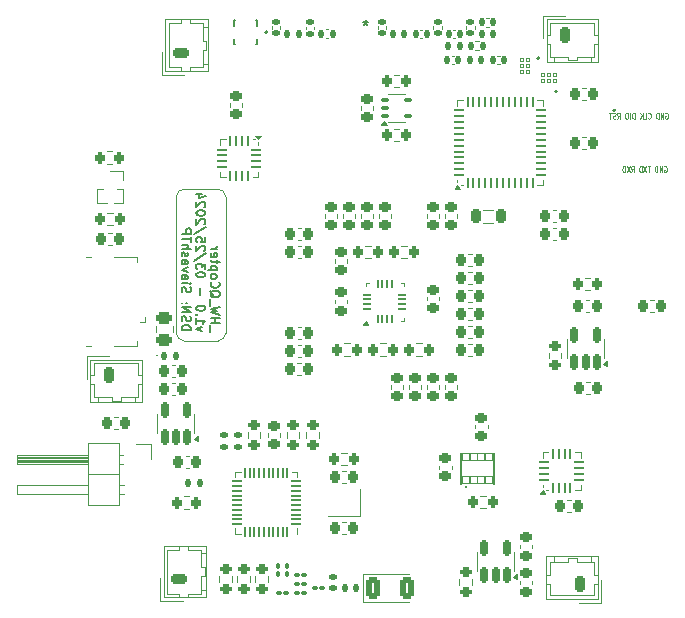
<source format=gbo>
G04 #@! TF.GenerationSoftware,KiCad,Pcbnew,8.0.0*
G04 #@! TF.CreationDate,2024-03-25T13:12:05-04:00*
G04 #@! TF.ProjectId,_Sub_HW_Qcopter,5f537562-5f48-4575-9f51-636f70746572,rev?*
G04 #@! TF.SameCoordinates,PX9157080PYf23bb80*
G04 #@! TF.FileFunction,Legend,Bot*
G04 #@! TF.FilePolarity,Positive*
%FSLAX46Y46*%
G04 Gerber Fmt 4.6, Leading zero omitted, Abs format (unit mm)*
G04 Created by KiCad (PCBNEW 8.0.0) date 2024-03-25 13:12:05*
%MOMM*%
%LPD*%
G01*
G04 APERTURE LIST*
G04 Aperture macros list*
%AMRoundRect*
0 Rectangle with rounded corners*
0 $1 Rounding radius*
0 $2 $3 $4 $5 $6 $7 $8 $9 X,Y pos of 4 corners*
0 Add a 4 corners polygon primitive as box body*
4,1,4,$2,$3,$4,$5,$6,$7,$8,$9,$2,$3,0*
0 Add four circle primitives for the rounded corners*
1,1,$1+$1,$2,$3*
1,1,$1+$1,$4,$5*
1,1,$1+$1,$6,$7*
1,1,$1+$1,$8,$9*
0 Add four rect primitives between the rounded corners*
20,1,$1+$1,$2,$3,$4,$5,0*
20,1,$1+$1,$4,$5,$6,$7,0*
20,1,$1+$1,$6,$7,$8,$9,0*
20,1,$1+$1,$8,$9,$2,$3,0*%
%AMFreePoly0*
4,1,14,0.363284,0.088284,0.375000,0.060000,0.375000,0.036569,0.363284,0.008285,0.266715,-0.088284,0.238431,-0.100000,-0.335000,-0.100000,-0.363284,-0.088284,-0.375000,-0.060000,-0.375000,0.060000,-0.363284,0.088284,-0.335000,0.100000,0.335000,0.100000,0.363284,0.088284,0.363284,0.088284,$1*%
%AMFreePoly1*
4,1,14,0.266715,0.088284,0.363284,-0.008285,0.375000,-0.036569,0.375000,-0.060000,0.363284,-0.088284,0.335000,-0.100000,-0.335000,-0.100000,-0.363284,-0.088284,-0.375000,-0.060000,-0.375000,0.060000,-0.363284,0.088284,-0.335000,0.100000,0.238431,0.100000,0.266715,0.088284,0.266715,0.088284,$1*%
%AMFreePoly2*
4,1,14,0.088284,0.363284,0.100000,0.335000,0.100000,-0.335000,0.088284,-0.363284,0.060000,-0.375000,0.036569,-0.375000,0.008285,-0.363284,-0.088284,-0.266715,-0.100000,-0.238431,-0.100000,0.335000,-0.088284,0.363284,-0.060000,0.375000,0.060000,0.375000,0.088284,0.363284,0.088284,0.363284,$1*%
%AMFreePoly3*
4,1,14,0.088284,0.363284,0.100000,0.335000,0.100000,-0.238431,0.088284,-0.266715,-0.008285,-0.363284,-0.036569,-0.375000,-0.060000,-0.375000,-0.088284,-0.363284,-0.100000,-0.335000,-0.100000,0.335000,-0.088284,0.363284,-0.060000,0.375000,0.060000,0.375000,0.088284,0.363284,0.088284,0.363284,$1*%
%AMFreePoly4*
4,1,14,0.363284,0.088284,0.375000,0.060000,0.375000,-0.060000,0.363284,-0.088284,0.335000,-0.100000,-0.335000,-0.100000,-0.363284,-0.088284,-0.375000,-0.060000,-0.375000,-0.036569,-0.363284,-0.008285,-0.266715,0.088284,-0.238431,0.100000,0.335000,0.100000,0.363284,0.088284,0.363284,0.088284,$1*%
%AMFreePoly5*
4,1,14,0.363284,0.088284,0.375000,0.060000,0.375000,-0.060000,0.363284,-0.088284,0.335000,-0.100000,-0.238431,-0.100000,-0.266715,-0.088284,-0.363284,0.008285,-0.375000,0.036569,-0.375000,0.060000,-0.363284,0.088284,-0.335000,0.100000,0.335000,0.100000,0.363284,0.088284,0.363284,0.088284,$1*%
%AMFreePoly6*
4,1,14,-0.008285,0.363284,0.088284,0.266715,0.100000,0.238431,0.100000,-0.335000,0.088284,-0.363284,0.060000,-0.375000,-0.060000,-0.375000,-0.088284,-0.363284,-0.100000,-0.335000,-0.100000,0.335000,-0.088284,0.363284,-0.060000,0.375000,-0.036569,0.375000,-0.008285,0.363284,-0.008285,0.363284,$1*%
%AMFreePoly7*
4,1,14,0.088284,0.363284,0.100000,0.335000,0.100000,-0.335000,0.088284,-0.363284,0.060000,-0.375000,-0.060000,-0.375000,-0.088284,-0.363284,-0.100000,-0.335000,-0.100000,0.238431,-0.088284,0.266715,0.008285,0.363284,0.036569,0.375000,0.060000,0.375000,0.088284,0.363284,0.088284,0.363284,$1*%
G04 Aperture macros list end*
%ADD10C,0.100000*%
%ADD11C,0.095250*%
%ADD12C,0.127000*%
%ADD13C,0.150000*%
%ADD14C,0.120000*%
%ADD15C,0.200000*%
%ADD16C,0.152400*%
%ADD17C,0.010000*%
%ADD18R,1.000000X1.000000*%
%ADD19O,1.000000X1.000000*%
%ADD20C,3.600000*%
%ADD21C,5.600000*%
%ADD22RoundRect,0.200000X0.275000X-0.200000X0.275000X0.200000X-0.275000X0.200000X-0.275000X-0.200000X0*%
%ADD23RoundRect,0.225000X0.250000X-0.225000X0.250000X0.225000X-0.250000X0.225000X-0.250000X-0.225000X0*%
%ADD24RoundRect,0.225000X0.225000X0.250000X-0.225000X0.250000X-0.225000X-0.250000X0.225000X-0.250000X0*%
%ADD25RoundRect,0.225000X-0.225000X-0.250000X0.225000X-0.250000X0.225000X0.250000X-0.225000X0.250000X0*%
%ADD26RoundRect,0.225000X-0.225000X-0.475000X0.225000X-0.475000X0.225000X0.475000X-0.225000X0.475000X0*%
%ADD27O,0.900000X1.400000*%
%ADD28RoundRect,0.147500X0.147500X0.172500X-0.147500X0.172500X-0.147500X-0.172500X0.147500X-0.172500X0*%
%ADD29RoundRect,0.225000X0.225000X0.475000X-0.225000X0.475000X-0.225000X-0.475000X0.225000X-0.475000X0*%
%ADD30RoundRect,0.225000X0.475000X-0.225000X0.475000X0.225000X-0.475000X0.225000X-0.475000X-0.225000X0*%
%ADD31O,1.400000X0.900000*%
%ADD32RoundRect,0.100000X-0.225000X-0.100000X0.225000X-0.100000X0.225000X0.100000X-0.225000X0.100000X0*%
%ADD33RoundRect,0.140000X0.170000X-0.140000X0.170000X0.140000X-0.170000X0.140000X-0.170000X-0.140000X0*%
%ADD34RoundRect,0.024800X0.130200X-0.165200X0.130200X0.165200X-0.130200X0.165200X-0.130200X-0.165200X0*%
%ADD35C,1.000000*%
%ADD36RoundRect,0.200000X0.200000X0.275000X-0.200000X0.275000X-0.200000X-0.275000X0.200000X-0.275000X0*%
%ADD37RoundRect,0.062500X-0.325000X-0.062500X0.325000X-0.062500X0.325000X0.062500X-0.325000X0.062500X0*%
%ADD38RoundRect,0.062500X-0.062500X-0.325000X0.062500X-0.325000X0.062500X0.325000X-0.062500X0.325000X0*%
%ADD39R,1.750000X1.750000*%
%ADD40RoundRect,0.062500X0.325000X0.062500X-0.325000X0.062500X-0.325000X-0.062500X0.325000X-0.062500X0*%
%ADD41RoundRect,0.062500X0.062500X0.325000X-0.062500X0.325000X-0.062500X-0.325000X0.062500X-0.325000X0*%
%ADD42RoundRect,0.218750X-0.218750X-0.381250X0.218750X-0.381250X0.218750X0.381250X-0.218750X0.381250X0*%
%ADD43RoundRect,0.147500X-0.147500X-0.172500X0.147500X-0.172500X0.147500X0.172500X-0.147500X0.172500X0*%
%ADD44RoundRect,0.225000X-0.250000X0.225000X-0.250000X-0.225000X0.250000X-0.225000X0.250000X0.225000X0*%
%ADD45RoundRect,0.140000X-0.140000X-0.170000X0.140000X-0.170000X0.140000X0.170000X-0.140000X0.170000X0*%
%ADD46RoundRect,0.243750X-0.456250X0.243750X-0.456250X-0.243750X0.456250X-0.243750X0.456250X0.243750X0*%
%ADD47RoundRect,0.140000X0.140000X0.170000X-0.140000X0.170000X-0.140000X-0.170000X0.140000X-0.170000X0*%
%ADD48RoundRect,0.039240X-0.287760X0.307760X-0.287760X-0.307760X0.287760X-0.307760X0.287760X0.307760X0*%
%ADD49RoundRect,0.062500X-0.375000X-0.062500X0.375000X-0.062500X0.375000X0.062500X-0.375000X0.062500X0*%
%ADD50RoundRect,0.062500X-0.062500X-0.375000X0.062500X-0.375000X0.062500X0.375000X-0.062500X0.375000X0*%
%ADD51R,5.600000X5.600000*%
%ADD52RoundRect,0.200000X-0.200000X-0.275000X0.200000X-0.275000X0.200000X0.275000X-0.200000X0.275000X0*%
%ADD53RoundRect,0.100000X-0.130000X-0.100000X0.130000X-0.100000X0.130000X0.100000X-0.130000X0.100000X0*%
%ADD54R,0.900000X0.800000*%
%ADD55RoundRect,0.150000X0.150000X-0.512500X0.150000X0.512500X-0.150000X0.512500X-0.150000X-0.512500X0*%
%ADD56RoundRect,0.050000X0.050000X-0.337500X0.050000X0.337500X-0.050000X0.337500X-0.050000X-0.337500X0*%
%ADD57RoundRect,0.050000X0.337500X-0.050000X0.337500X0.050000X-0.337500X0.050000X-0.337500X-0.050000X0*%
%ADD58R,3.800000X3.800000*%
%ADD59RoundRect,0.147500X0.172500X-0.147500X0.172500X0.147500X-0.172500X0.147500X-0.172500X-0.147500X0*%
%ADD60RoundRect,0.250000X-0.350000X-0.650000X0.350000X-0.650000X0.350000X0.650000X-0.350000X0.650000X0*%
%ADD61RoundRect,0.147500X-0.172500X0.147500X-0.172500X-0.147500X0.172500X-0.147500X0.172500X0.147500X0*%
%ADD62FreePoly0,0.000000*%
%ADD63RoundRect,0.050000X-0.325000X-0.050000X0.325000X-0.050000X0.325000X0.050000X-0.325000X0.050000X0*%
%ADD64FreePoly1,0.000000*%
%ADD65FreePoly2,0.000000*%
%ADD66RoundRect,0.050000X-0.050000X-0.325000X0.050000X-0.325000X0.050000X0.325000X-0.050000X0.325000X0*%
%ADD67FreePoly3,0.000000*%
%ADD68FreePoly4,0.000000*%
%ADD69FreePoly5,0.000000*%
%ADD70FreePoly6,0.000000*%
%ADD71FreePoly7,0.000000*%
%ADD72R,1.750000X1.600000*%
%ADD73RoundRect,0.100000X0.130000X0.100000X-0.130000X0.100000X-0.130000X-0.100000X0.130000X-0.100000X0*%
%ADD74RoundRect,0.100000X0.100000X-0.130000X0.100000X0.130000X-0.100000X0.130000X-0.100000X-0.130000X0*%
%ADD75RoundRect,0.200000X-0.275000X0.200000X-0.275000X-0.200000X0.275000X-0.200000X0.275000X0.200000X0*%
%ADD76R,1.350000X0.400000*%
%ADD77O,1.550000X0.890000*%
%ADD78R,1.550000X1.200000*%
%ADD79O,0.950000X1.250000*%
%ADD80R,1.550000X1.500000*%
%ADD81RoundRect,0.100000X-0.100000X0.130000X-0.100000X-0.130000X0.100000X-0.130000X0.100000X0.130000X0*%
%ADD82R,1.700000X1.700000*%
%ADD83O,1.700000X1.700000*%
%ADD84RoundRect,0.135000X0.135000X0.185000X-0.135000X0.185000X-0.135000X-0.185000X0.135000X-0.185000X0*%
%ADD85RoundRect,0.024800X0.165200X0.130200X-0.165200X0.130200X-0.165200X-0.130200X0.165200X-0.130200X0*%
%ADD86R,0.863600X0.609600*%
%ADD87R,0.254000X0.254000*%
G04 APERTURE END LIST*
D10*
X8407400Y35052000D02*
X11303000Y35052000D01*
X11938000Y22860000D02*
G75*
G02*
X11303000Y22225000I-635000J0D01*
G01*
X11303000Y35052000D02*
G75*
G02*
X11938000Y34417000I0J-635000D01*
G01*
X8407400Y22225000D02*
G75*
G02*
X7772400Y22860000I0J635000D01*
G01*
X7772400Y22860000D02*
X7772400Y34417000D01*
X11303000Y22225000D02*
X8407400Y22225000D01*
X7772400Y34417000D02*
G75*
G02*
X8407400Y35052000I635000J0D01*
G01*
X11938000Y34417000D02*
X11938000Y22860000D01*
D11*
X49177050Y41495733D02*
X49213336Y41519923D01*
X49213336Y41519923D02*
X49267764Y41519923D01*
X49267764Y41519923D02*
X49322193Y41495733D01*
X49322193Y41495733D02*
X49358478Y41447352D01*
X49358478Y41447352D02*
X49376621Y41398971D01*
X49376621Y41398971D02*
X49394764Y41302209D01*
X49394764Y41302209D02*
X49394764Y41229637D01*
X49394764Y41229637D02*
X49376621Y41132875D01*
X49376621Y41132875D02*
X49358478Y41084494D01*
X49358478Y41084494D02*
X49322193Y41036113D01*
X49322193Y41036113D02*
X49267764Y41011923D01*
X49267764Y41011923D02*
X49231478Y41011923D01*
X49231478Y41011923D02*
X49177050Y41036113D01*
X49177050Y41036113D02*
X49158907Y41060304D01*
X49158907Y41060304D02*
X49158907Y41229637D01*
X49158907Y41229637D02*
X49231478Y41229637D01*
X48995621Y41011923D02*
X48995621Y41519923D01*
X48995621Y41519923D02*
X48777907Y41011923D01*
X48777907Y41011923D02*
X48777907Y41519923D01*
X48596478Y41011923D02*
X48596478Y41519923D01*
X48596478Y41519923D02*
X48505764Y41519923D01*
X48505764Y41519923D02*
X48451335Y41495733D01*
X48451335Y41495733D02*
X48415050Y41447352D01*
X48415050Y41447352D02*
X48396907Y41398971D01*
X48396907Y41398971D02*
X48378764Y41302209D01*
X48378764Y41302209D02*
X48378764Y41229637D01*
X48378764Y41229637D02*
X48396907Y41132875D01*
X48396907Y41132875D02*
X48415050Y41084494D01*
X48415050Y41084494D02*
X48451335Y41036113D01*
X48451335Y41036113D02*
X48505764Y41011923D01*
X48505764Y41011923D02*
X48596478Y41011923D01*
X47707478Y41060304D02*
X47725621Y41036113D01*
X47725621Y41036113D02*
X47780049Y41011923D01*
X47780049Y41011923D02*
X47816335Y41011923D01*
X47816335Y41011923D02*
X47870764Y41036113D01*
X47870764Y41036113D02*
X47907049Y41084494D01*
X47907049Y41084494D02*
X47925192Y41132875D01*
X47925192Y41132875D02*
X47943335Y41229637D01*
X47943335Y41229637D02*
X47943335Y41302209D01*
X47943335Y41302209D02*
X47925192Y41398971D01*
X47925192Y41398971D02*
X47907049Y41447352D01*
X47907049Y41447352D02*
X47870764Y41495733D01*
X47870764Y41495733D02*
X47816335Y41519923D01*
X47816335Y41519923D02*
X47780049Y41519923D01*
X47780049Y41519923D02*
X47725621Y41495733D01*
X47725621Y41495733D02*
X47707478Y41471542D01*
X47362764Y41011923D02*
X47544192Y41011923D01*
X47544192Y41011923D02*
X47544192Y41519923D01*
X47235763Y41011923D02*
X47235763Y41519923D01*
X47018049Y41011923D02*
X47181335Y41302209D01*
X47018049Y41519923D02*
X47235763Y41229637D01*
X46564477Y41011923D02*
X46564477Y41519923D01*
X46564477Y41519923D02*
X46473763Y41519923D01*
X46473763Y41519923D02*
X46419334Y41495733D01*
X46419334Y41495733D02*
X46383049Y41447352D01*
X46383049Y41447352D02*
X46364906Y41398971D01*
X46364906Y41398971D02*
X46346763Y41302209D01*
X46346763Y41302209D02*
X46346763Y41229637D01*
X46346763Y41229637D02*
X46364906Y41132875D01*
X46364906Y41132875D02*
X46383049Y41084494D01*
X46383049Y41084494D02*
X46419334Y41036113D01*
X46419334Y41036113D02*
X46473763Y41011923D01*
X46473763Y41011923D02*
X46564477Y41011923D01*
X46183477Y41011923D02*
X46183477Y41519923D01*
X45929477Y41519923D02*
X45856905Y41519923D01*
X45856905Y41519923D02*
X45820620Y41495733D01*
X45820620Y41495733D02*
X45784334Y41447352D01*
X45784334Y41447352D02*
X45766191Y41350590D01*
X45766191Y41350590D02*
X45766191Y41181256D01*
X45766191Y41181256D02*
X45784334Y41084494D01*
X45784334Y41084494D02*
X45820620Y41036113D01*
X45820620Y41036113D02*
X45856905Y41011923D01*
X45856905Y41011923D02*
X45929477Y41011923D01*
X45929477Y41011923D02*
X45965763Y41036113D01*
X45965763Y41036113D02*
X46002048Y41084494D01*
X46002048Y41084494D02*
X46020191Y41181256D01*
X46020191Y41181256D02*
X46020191Y41350590D01*
X46020191Y41350590D02*
X46002048Y41447352D01*
X46002048Y41447352D02*
X45965763Y41495733D01*
X45965763Y41495733D02*
X45929477Y41519923D01*
X45094905Y41011923D02*
X45221905Y41253828D01*
X45312619Y41011923D02*
X45312619Y41519923D01*
X45312619Y41519923D02*
X45167476Y41519923D01*
X45167476Y41519923D02*
X45131191Y41495733D01*
X45131191Y41495733D02*
X45113048Y41471542D01*
X45113048Y41471542D02*
X45094905Y41423161D01*
X45094905Y41423161D02*
X45094905Y41350590D01*
X45094905Y41350590D02*
X45113048Y41302209D01*
X45113048Y41302209D02*
X45131191Y41278018D01*
X45131191Y41278018D02*
X45167476Y41253828D01*
X45167476Y41253828D02*
X45312619Y41253828D01*
X44949762Y41036113D02*
X44895334Y41011923D01*
X44895334Y41011923D02*
X44804619Y41011923D01*
X44804619Y41011923D02*
X44768334Y41036113D01*
X44768334Y41036113D02*
X44750191Y41060304D01*
X44750191Y41060304D02*
X44732048Y41108685D01*
X44732048Y41108685D02*
X44732048Y41157066D01*
X44732048Y41157066D02*
X44750191Y41205447D01*
X44750191Y41205447D02*
X44768334Y41229637D01*
X44768334Y41229637D02*
X44804619Y41253828D01*
X44804619Y41253828D02*
X44877191Y41278018D01*
X44877191Y41278018D02*
X44913476Y41302209D01*
X44913476Y41302209D02*
X44931619Y41326399D01*
X44931619Y41326399D02*
X44949762Y41374780D01*
X44949762Y41374780D02*
X44949762Y41423161D01*
X44949762Y41423161D02*
X44931619Y41471542D01*
X44931619Y41471542D02*
X44913476Y41495733D01*
X44913476Y41495733D02*
X44877191Y41519923D01*
X44877191Y41519923D02*
X44786476Y41519923D01*
X44786476Y41519923D02*
X44732048Y41495733D01*
X44623191Y41519923D02*
X44405477Y41519923D01*
X44514334Y41011923D02*
X44514334Y41519923D01*
D12*
X10591146Y22943552D02*
X10591146Y23524124D01*
X10663718Y23705552D02*
X11425718Y23705552D01*
X11062861Y23705552D02*
X11062861Y24140981D01*
X10663718Y24140981D02*
X11425718Y24140981D01*
X11425718Y24431267D02*
X10663718Y24612695D01*
X10663718Y24612695D02*
X11208004Y24757838D01*
X11208004Y24757838D02*
X10663718Y24902981D01*
X10663718Y24902981D02*
X11425718Y25084409D01*
X10591146Y25193266D02*
X10591146Y25773838D01*
X10591146Y26463266D02*
X10627432Y26390695D01*
X10627432Y26390695D02*
X10700004Y26318123D01*
X10700004Y26318123D02*
X10808861Y26209266D01*
X10808861Y26209266D02*
X10845146Y26136695D01*
X10845146Y26136695D02*
X10845146Y26064123D01*
X10663718Y26100409D02*
X10700004Y26027837D01*
X10700004Y26027837D02*
X10772575Y25955266D01*
X10772575Y25955266D02*
X10917718Y25918980D01*
X10917718Y25918980D02*
X11171718Y25918980D01*
X11171718Y25918980D02*
X11316861Y25955266D01*
X11316861Y25955266D02*
X11389432Y26027837D01*
X11389432Y26027837D02*
X11425718Y26100409D01*
X11425718Y26100409D02*
X11425718Y26245552D01*
X11425718Y26245552D02*
X11389432Y26318123D01*
X11389432Y26318123D02*
X11316861Y26390695D01*
X11316861Y26390695D02*
X11171718Y26426980D01*
X11171718Y26426980D02*
X10917718Y26426980D01*
X10917718Y26426980D02*
X10772575Y26390695D01*
X10772575Y26390695D02*
X10700004Y26318123D01*
X10700004Y26318123D02*
X10663718Y26245552D01*
X10663718Y26245552D02*
X10663718Y26100409D01*
X10736289Y27188981D02*
X10700004Y27152695D01*
X10700004Y27152695D02*
X10663718Y27043838D01*
X10663718Y27043838D02*
X10663718Y26971266D01*
X10663718Y26971266D02*
X10700004Y26862409D01*
X10700004Y26862409D02*
X10772575Y26789838D01*
X10772575Y26789838D02*
X10845146Y26753552D01*
X10845146Y26753552D02*
X10990289Y26717266D01*
X10990289Y26717266D02*
X11099146Y26717266D01*
X11099146Y26717266D02*
X11244289Y26753552D01*
X11244289Y26753552D02*
X11316861Y26789838D01*
X11316861Y26789838D02*
X11389432Y26862409D01*
X11389432Y26862409D02*
X11425718Y26971266D01*
X11425718Y26971266D02*
X11425718Y27043838D01*
X11425718Y27043838D02*
X11389432Y27152695D01*
X11389432Y27152695D02*
X11353146Y27188981D01*
X10663718Y27624409D02*
X10700004Y27551838D01*
X10700004Y27551838D02*
X10736289Y27515552D01*
X10736289Y27515552D02*
X10808861Y27479266D01*
X10808861Y27479266D02*
X11026575Y27479266D01*
X11026575Y27479266D02*
X11099146Y27515552D01*
X11099146Y27515552D02*
X11135432Y27551838D01*
X11135432Y27551838D02*
X11171718Y27624409D01*
X11171718Y27624409D02*
X11171718Y27733266D01*
X11171718Y27733266D02*
X11135432Y27805838D01*
X11135432Y27805838D02*
X11099146Y27842123D01*
X11099146Y27842123D02*
X11026575Y27878409D01*
X11026575Y27878409D02*
X10808861Y27878409D01*
X10808861Y27878409D02*
X10736289Y27842123D01*
X10736289Y27842123D02*
X10700004Y27805838D01*
X10700004Y27805838D02*
X10663718Y27733266D01*
X10663718Y27733266D02*
X10663718Y27624409D01*
X11171718Y28204981D02*
X10409718Y28204981D01*
X11135432Y28204981D02*
X11171718Y28277552D01*
X11171718Y28277552D02*
X11171718Y28422695D01*
X11171718Y28422695D02*
X11135432Y28495267D01*
X11135432Y28495267D02*
X11099146Y28531552D01*
X11099146Y28531552D02*
X11026575Y28567838D01*
X11026575Y28567838D02*
X10808861Y28567838D01*
X10808861Y28567838D02*
X10736289Y28531552D01*
X10736289Y28531552D02*
X10700004Y28495267D01*
X10700004Y28495267D02*
X10663718Y28422695D01*
X10663718Y28422695D02*
X10663718Y28277552D01*
X10663718Y28277552D02*
X10700004Y28204981D01*
X11171718Y28785553D02*
X11171718Y29075839D01*
X11425718Y28894410D02*
X10772575Y28894410D01*
X10772575Y28894410D02*
X10700004Y28930696D01*
X10700004Y28930696D02*
X10663718Y29003267D01*
X10663718Y29003267D02*
X10663718Y29075839D01*
X10700004Y29620125D02*
X10663718Y29547553D01*
X10663718Y29547553D02*
X10663718Y29402410D01*
X10663718Y29402410D02*
X10700004Y29329839D01*
X10700004Y29329839D02*
X10772575Y29293553D01*
X10772575Y29293553D02*
X11062861Y29293553D01*
X11062861Y29293553D02*
X11135432Y29329839D01*
X11135432Y29329839D02*
X11171718Y29402410D01*
X11171718Y29402410D02*
X11171718Y29547553D01*
X11171718Y29547553D02*
X11135432Y29620125D01*
X11135432Y29620125D02*
X11062861Y29656410D01*
X11062861Y29656410D02*
X10990289Y29656410D01*
X10990289Y29656410D02*
X10917718Y29293553D01*
X10663718Y29982982D02*
X11171718Y29982982D01*
X11026575Y29982982D02*
X11099146Y30019268D01*
X11099146Y30019268D02*
X11135432Y30055553D01*
X11135432Y30055553D02*
X11171718Y30128125D01*
X11171718Y30128125D02*
X11171718Y30200696D01*
X9944941Y23052410D02*
X9436941Y23233838D01*
X9436941Y23233838D02*
X9944941Y23415267D01*
X9436941Y24104695D02*
X9436941Y23669266D01*
X9436941Y23886981D02*
X10198941Y23886981D01*
X10198941Y23886981D02*
X10090084Y23814409D01*
X10090084Y23814409D02*
X10017512Y23741838D01*
X10017512Y23741838D02*
X9981227Y23669266D01*
X9509512Y24431266D02*
X9473227Y24467552D01*
X9473227Y24467552D02*
X9436941Y24431266D01*
X9436941Y24431266D02*
X9473227Y24394980D01*
X9473227Y24394980D02*
X9509512Y24431266D01*
X9509512Y24431266D02*
X9436941Y24431266D01*
X10198941Y24939266D02*
X10198941Y25011837D01*
X10198941Y25011837D02*
X10162655Y25084409D01*
X10162655Y25084409D02*
X10126369Y25120694D01*
X10126369Y25120694D02*
X10053798Y25156980D01*
X10053798Y25156980D02*
X9908655Y25193266D01*
X9908655Y25193266D02*
X9727227Y25193266D01*
X9727227Y25193266D02*
X9582084Y25156980D01*
X9582084Y25156980D02*
X9509512Y25120694D01*
X9509512Y25120694D02*
X9473227Y25084409D01*
X9473227Y25084409D02*
X9436941Y25011837D01*
X9436941Y25011837D02*
X9436941Y24939266D01*
X9436941Y24939266D02*
X9473227Y24866694D01*
X9473227Y24866694D02*
X9509512Y24830409D01*
X9509512Y24830409D02*
X9582084Y24794123D01*
X9582084Y24794123D02*
X9727227Y24757837D01*
X9727227Y24757837D02*
X9908655Y24757837D01*
X9908655Y24757837D02*
X10053798Y24794123D01*
X10053798Y24794123D02*
X10126369Y24830409D01*
X10126369Y24830409D02*
X10162655Y24866694D01*
X10162655Y24866694D02*
X10198941Y24939266D01*
X9727227Y26100408D02*
X9727227Y26680979D01*
X10198941Y27769551D02*
X10198941Y27842122D01*
X10198941Y27842122D02*
X10162655Y27914694D01*
X10162655Y27914694D02*
X10126369Y27950979D01*
X10126369Y27950979D02*
X10053798Y27987265D01*
X10053798Y27987265D02*
X9908655Y28023551D01*
X9908655Y28023551D02*
X9727227Y28023551D01*
X9727227Y28023551D02*
X9582084Y27987265D01*
X9582084Y27987265D02*
X9509512Y27950979D01*
X9509512Y27950979D02*
X9473227Y27914694D01*
X9473227Y27914694D02*
X9436941Y27842122D01*
X9436941Y27842122D02*
X9436941Y27769551D01*
X9436941Y27769551D02*
X9473227Y27696979D01*
X9473227Y27696979D02*
X9509512Y27660694D01*
X9509512Y27660694D02*
X9582084Y27624408D01*
X9582084Y27624408D02*
X9727227Y27588122D01*
X9727227Y27588122D02*
X9908655Y27588122D01*
X9908655Y27588122D02*
X10053798Y27624408D01*
X10053798Y27624408D02*
X10126369Y27660694D01*
X10126369Y27660694D02*
X10162655Y27696979D01*
X10162655Y27696979D02*
X10198941Y27769551D01*
X10198941Y28277551D02*
X10198941Y28749265D01*
X10198941Y28749265D02*
X9908655Y28495265D01*
X9908655Y28495265D02*
X9908655Y28604122D01*
X9908655Y28604122D02*
X9872369Y28676693D01*
X9872369Y28676693D02*
X9836084Y28712979D01*
X9836084Y28712979D02*
X9763512Y28749265D01*
X9763512Y28749265D02*
X9582084Y28749265D01*
X9582084Y28749265D02*
X9509512Y28712979D01*
X9509512Y28712979D02*
X9473227Y28676693D01*
X9473227Y28676693D02*
X9436941Y28604122D01*
X9436941Y28604122D02*
X9436941Y28386408D01*
X9436941Y28386408D02*
X9473227Y28313836D01*
X9473227Y28313836D02*
X9509512Y28277551D01*
X10235227Y29620122D02*
X9255512Y28966979D01*
X10126369Y29837836D02*
X10162655Y29874122D01*
X10162655Y29874122D02*
X10198941Y29946693D01*
X10198941Y29946693D02*
X10198941Y30128122D01*
X10198941Y30128122D02*
X10162655Y30200693D01*
X10162655Y30200693D02*
X10126369Y30236979D01*
X10126369Y30236979D02*
X10053798Y30273265D01*
X10053798Y30273265D02*
X9981227Y30273265D01*
X9981227Y30273265D02*
X9872369Y30236979D01*
X9872369Y30236979D02*
X9436941Y29801551D01*
X9436941Y29801551D02*
X9436941Y30273265D01*
X10198941Y30962693D02*
X10198941Y30599836D01*
X10198941Y30599836D02*
X9836084Y30563550D01*
X9836084Y30563550D02*
X9872369Y30599836D01*
X9872369Y30599836D02*
X9908655Y30672407D01*
X9908655Y30672407D02*
X9908655Y30853836D01*
X9908655Y30853836D02*
X9872369Y30926407D01*
X9872369Y30926407D02*
X9836084Y30962693D01*
X9836084Y30962693D02*
X9763512Y30998979D01*
X9763512Y30998979D02*
X9582084Y30998979D01*
X9582084Y30998979D02*
X9509512Y30962693D01*
X9509512Y30962693D02*
X9473227Y30926407D01*
X9473227Y30926407D02*
X9436941Y30853836D01*
X9436941Y30853836D02*
X9436941Y30672407D01*
X9436941Y30672407D02*
X9473227Y30599836D01*
X9473227Y30599836D02*
X9509512Y30563550D01*
X10235227Y31869836D02*
X9255512Y31216693D01*
X10126369Y32087550D02*
X10162655Y32123836D01*
X10162655Y32123836D02*
X10198941Y32196407D01*
X10198941Y32196407D02*
X10198941Y32377836D01*
X10198941Y32377836D02*
X10162655Y32450407D01*
X10162655Y32450407D02*
X10126369Y32486693D01*
X10126369Y32486693D02*
X10053798Y32522979D01*
X10053798Y32522979D02*
X9981227Y32522979D01*
X9981227Y32522979D02*
X9872369Y32486693D01*
X9872369Y32486693D02*
X9436941Y32051265D01*
X9436941Y32051265D02*
X9436941Y32522979D01*
X10198941Y32994693D02*
X10198941Y33067264D01*
X10198941Y33067264D02*
X10162655Y33139836D01*
X10162655Y33139836D02*
X10126369Y33176121D01*
X10126369Y33176121D02*
X10053798Y33212407D01*
X10053798Y33212407D02*
X9908655Y33248693D01*
X9908655Y33248693D02*
X9727227Y33248693D01*
X9727227Y33248693D02*
X9582084Y33212407D01*
X9582084Y33212407D02*
X9509512Y33176121D01*
X9509512Y33176121D02*
X9473227Y33139836D01*
X9473227Y33139836D02*
X9436941Y33067264D01*
X9436941Y33067264D02*
X9436941Y32994693D01*
X9436941Y32994693D02*
X9473227Y32922121D01*
X9473227Y32922121D02*
X9509512Y32885836D01*
X9509512Y32885836D02*
X9582084Y32849550D01*
X9582084Y32849550D02*
X9727227Y32813264D01*
X9727227Y32813264D02*
X9908655Y32813264D01*
X9908655Y32813264D02*
X10053798Y32849550D01*
X10053798Y32849550D02*
X10126369Y32885836D01*
X10126369Y32885836D02*
X10162655Y32922121D01*
X10162655Y32922121D02*
X10198941Y32994693D01*
X10126369Y33538978D02*
X10162655Y33575264D01*
X10162655Y33575264D02*
X10198941Y33647835D01*
X10198941Y33647835D02*
X10198941Y33829264D01*
X10198941Y33829264D02*
X10162655Y33901835D01*
X10162655Y33901835D02*
X10126369Y33938121D01*
X10126369Y33938121D02*
X10053798Y33974407D01*
X10053798Y33974407D02*
X9981227Y33974407D01*
X9981227Y33974407D02*
X9872369Y33938121D01*
X9872369Y33938121D02*
X9436941Y33502693D01*
X9436941Y33502693D02*
X9436941Y33974407D01*
X9944941Y34627549D02*
X9436941Y34627549D01*
X10235227Y34446121D02*
X9690941Y34264692D01*
X9690941Y34264692D02*
X9690941Y34736407D01*
X8210164Y23124981D02*
X8972164Y23124981D01*
X8972164Y23124981D02*
X8972164Y23306410D01*
X8972164Y23306410D02*
X8935878Y23415267D01*
X8935878Y23415267D02*
X8863307Y23487838D01*
X8863307Y23487838D02*
X8790735Y23524124D01*
X8790735Y23524124D02*
X8645592Y23560410D01*
X8645592Y23560410D02*
X8536735Y23560410D01*
X8536735Y23560410D02*
X8391592Y23524124D01*
X8391592Y23524124D02*
X8319021Y23487838D01*
X8319021Y23487838D02*
X8246450Y23415267D01*
X8246450Y23415267D02*
X8210164Y23306410D01*
X8210164Y23306410D02*
X8210164Y23124981D01*
X8246450Y23850695D02*
X8210164Y23959552D01*
X8210164Y23959552D02*
X8210164Y24140981D01*
X8210164Y24140981D02*
X8246450Y24213552D01*
X8246450Y24213552D02*
X8282735Y24249838D01*
X8282735Y24249838D02*
X8355307Y24286124D01*
X8355307Y24286124D02*
X8427878Y24286124D01*
X8427878Y24286124D02*
X8500450Y24249838D01*
X8500450Y24249838D02*
X8536735Y24213552D01*
X8536735Y24213552D02*
X8573021Y24140981D01*
X8573021Y24140981D02*
X8609307Y23995838D01*
X8609307Y23995838D02*
X8645592Y23923267D01*
X8645592Y23923267D02*
X8681878Y23886981D01*
X8681878Y23886981D02*
X8754450Y23850695D01*
X8754450Y23850695D02*
X8827021Y23850695D01*
X8827021Y23850695D02*
X8899592Y23886981D01*
X8899592Y23886981D02*
X8935878Y23923267D01*
X8935878Y23923267D02*
X8972164Y23995838D01*
X8972164Y23995838D02*
X8972164Y24177267D01*
X8972164Y24177267D02*
X8935878Y24286124D01*
X8210164Y24612695D02*
X8972164Y24612695D01*
X8972164Y24612695D02*
X8210164Y25048124D01*
X8210164Y25048124D02*
X8972164Y25048124D01*
X8282735Y25410981D02*
X8246450Y25447267D01*
X8246450Y25447267D02*
X8210164Y25410981D01*
X8210164Y25410981D02*
X8246450Y25374695D01*
X8246450Y25374695D02*
X8282735Y25410981D01*
X8282735Y25410981D02*
X8210164Y25410981D01*
X8681878Y25410981D02*
X8645592Y25447267D01*
X8645592Y25447267D02*
X8609307Y25410981D01*
X8609307Y25410981D02*
X8645592Y25374695D01*
X8645592Y25374695D02*
X8681878Y25410981D01*
X8681878Y25410981D02*
X8609307Y25410981D01*
X8246450Y26318123D02*
X8210164Y26426980D01*
X8210164Y26426980D02*
X8210164Y26608409D01*
X8210164Y26608409D02*
X8246450Y26680980D01*
X8246450Y26680980D02*
X8282735Y26717266D01*
X8282735Y26717266D02*
X8355307Y26753552D01*
X8355307Y26753552D02*
X8427878Y26753552D01*
X8427878Y26753552D02*
X8500450Y26717266D01*
X8500450Y26717266D02*
X8536735Y26680980D01*
X8536735Y26680980D02*
X8573021Y26608409D01*
X8573021Y26608409D02*
X8609307Y26463266D01*
X8609307Y26463266D02*
X8645592Y26390695D01*
X8645592Y26390695D02*
X8681878Y26354409D01*
X8681878Y26354409D02*
X8754450Y26318123D01*
X8754450Y26318123D02*
X8827021Y26318123D01*
X8827021Y26318123D02*
X8899592Y26354409D01*
X8899592Y26354409D02*
X8935878Y26390695D01*
X8935878Y26390695D02*
X8972164Y26463266D01*
X8972164Y26463266D02*
X8972164Y26644695D01*
X8972164Y26644695D02*
X8935878Y26753552D01*
X8210164Y27080123D02*
X8718164Y27080123D01*
X8972164Y27080123D02*
X8935878Y27043837D01*
X8935878Y27043837D02*
X8899592Y27080123D01*
X8899592Y27080123D02*
X8935878Y27116409D01*
X8935878Y27116409D02*
X8972164Y27080123D01*
X8972164Y27080123D02*
X8899592Y27080123D01*
X8210164Y27769551D02*
X8609307Y27769551D01*
X8609307Y27769551D02*
X8681878Y27733266D01*
X8681878Y27733266D02*
X8718164Y27660694D01*
X8718164Y27660694D02*
X8718164Y27515551D01*
X8718164Y27515551D02*
X8681878Y27442980D01*
X8246450Y27769551D02*
X8210164Y27696980D01*
X8210164Y27696980D02*
X8210164Y27515551D01*
X8210164Y27515551D02*
X8246450Y27442980D01*
X8246450Y27442980D02*
X8319021Y27406694D01*
X8319021Y27406694D02*
X8391592Y27406694D01*
X8391592Y27406694D02*
X8464164Y27442980D01*
X8464164Y27442980D02*
X8500450Y27515551D01*
X8500450Y27515551D02*
X8500450Y27696980D01*
X8500450Y27696980D02*
X8536735Y27769551D01*
X8718164Y28059838D02*
X8210164Y28241266D01*
X8210164Y28241266D02*
X8718164Y28422695D01*
X8210164Y29039551D02*
X8609307Y29039551D01*
X8609307Y29039551D02*
X8681878Y29003266D01*
X8681878Y29003266D02*
X8718164Y28930694D01*
X8718164Y28930694D02*
X8718164Y28785551D01*
X8718164Y28785551D02*
X8681878Y28712980D01*
X8246450Y29039551D02*
X8210164Y28966980D01*
X8210164Y28966980D02*
X8210164Y28785551D01*
X8210164Y28785551D02*
X8246450Y28712980D01*
X8246450Y28712980D02*
X8319021Y28676694D01*
X8319021Y28676694D02*
X8391592Y28676694D01*
X8391592Y28676694D02*
X8464164Y28712980D01*
X8464164Y28712980D02*
X8500450Y28785551D01*
X8500450Y28785551D02*
X8500450Y28966980D01*
X8500450Y28966980D02*
X8536735Y29039551D01*
X8246450Y29366123D02*
X8210164Y29438695D01*
X8210164Y29438695D02*
X8210164Y29583838D01*
X8210164Y29583838D02*
X8246450Y29656409D01*
X8246450Y29656409D02*
X8319021Y29692695D01*
X8319021Y29692695D02*
X8355307Y29692695D01*
X8355307Y29692695D02*
X8427878Y29656409D01*
X8427878Y29656409D02*
X8464164Y29583838D01*
X8464164Y29583838D02*
X8464164Y29474980D01*
X8464164Y29474980D02*
X8500450Y29402409D01*
X8500450Y29402409D02*
X8573021Y29366123D01*
X8573021Y29366123D02*
X8609307Y29366123D01*
X8609307Y29366123D02*
X8681878Y29402409D01*
X8681878Y29402409D02*
X8718164Y29474980D01*
X8718164Y29474980D02*
X8718164Y29583838D01*
X8718164Y29583838D02*
X8681878Y29656409D01*
X8210164Y30019266D02*
X8972164Y30019266D01*
X8210164Y30345837D02*
X8609307Y30345837D01*
X8609307Y30345837D02*
X8681878Y30309552D01*
X8681878Y30309552D02*
X8718164Y30236980D01*
X8718164Y30236980D02*
X8718164Y30128123D01*
X8718164Y30128123D02*
X8681878Y30055552D01*
X8681878Y30055552D02*
X8645592Y30019266D01*
X8972164Y30599838D02*
X8972164Y31035266D01*
X8210164Y30817552D02*
X8972164Y30817552D01*
X8210164Y31289266D02*
X8972164Y31289266D01*
X8972164Y31289266D02*
X8972164Y31579552D01*
X8972164Y31579552D02*
X8935878Y31652123D01*
X8935878Y31652123D02*
X8899592Y31688409D01*
X8899592Y31688409D02*
X8827021Y31724695D01*
X8827021Y31724695D02*
X8718164Y31724695D01*
X8718164Y31724695D02*
X8645592Y31688409D01*
X8645592Y31688409D02*
X8609307Y31652123D01*
X8609307Y31652123D02*
X8573021Y31579552D01*
X8573021Y31579552D02*
X8573021Y31289266D01*
D11*
X49075450Y36974533D02*
X49111736Y36998723D01*
X49111736Y36998723D02*
X49166164Y36998723D01*
X49166164Y36998723D02*
X49220593Y36974533D01*
X49220593Y36974533D02*
X49256878Y36926152D01*
X49256878Y36926152D02*
X49275021Y36877771D01*
X49275021Y36877771D02*
X49293164Y36781009D01*
X49293164Y36781009D02*
X49293164Y36708437D01*
X49293164Y36708437D02*
X49275021Y36611675D01*
X49275021Y36611675D02*
X49256878Y36563294D01*
X49256878Y36563294D02*
X49220593Y36514913D01*
X49220593Y36514913D02*
X49166164Y36490723D01*
X49166164Y36490723D02*
X49129878Y36490723D01*
X49129878Y36490723D02*
X49075450Y36514913D01*
X49075450Y36514913D02*
X49057307Y36539104D01*
X49057307Y36539104D02*
X49057307Y36708437D01*
X49057307Y36708437D02*
X49129878Y36708437D01*
X48894021Y36490723D02*
X48894021Y36998723D01*
X48894021Y36998723D02*
X48676307Y36490723D01*
X48676307Y36490723D02*
X48676307Y36998723D01*
X48494878Y36490723D02*
X48494878Y36998723D01*
X48494878Y36998723D02*
X48404164Y36998723D01*
X48404164Y36998723D02*
X48349735Y36974533D01*
X48349735Y36974533D02*
X48313450Y36926152D01*
X48313450Y36926152D02*
X48295307Y36877771D01*
X48295307Y36877771D02*
X48277164Y36781009D01*
X48277164Y36781009D02*
X48277164Y36708437D01*
X48277164Y36708437D02*
X48295307Y36611675D01*
X48295307Y36611675D02*
X48313450Y36563294D01*
X48313450Y36563294D02*
X48349735Y36514913D01*
X48349735Y36514913D02*
X48404164Y36490723D01*
X48404164Y36490723D02*
X48494878Y36490723D01*
X47878021Y36998723D02*
X47660307Y36998723D01*
X47769164Y36490723D02*
X47769164Y36998723D01*
X47569592Y36998723D02*
X47315592Y36490723D01*
X47315592Y36998723D02*
X47569592Y36490723D01*
X47170449Y36490723D02*
X47170449Y36998723D01*
X47170449Y36998723D02*
X47079735Y36998723D01*
X47079735Y36998723D02*
X47025306Y36974533D01*
X47025306Y36974533D02*
X46989021Y36926152D01*
X46989021Y36926152D02*
X46970878Y36877771D01*
X46970878Y36877771D02*
X46952735Y36781009D01*
X46952735Y36781009D02*
X46952735Y36708437D01*
X46952735Y36708437D02*
X46970878Y36611675D01*
X46970878Y36611675D02*
X46989021Y36563294D01*
X46989021Y36563294D02*
X47025306Y36514913D01*
X47025306Y36514913D02*
X47079735Y36490723D01*
X47079735Y36490723D02*
X47170449Y36490723D01*
X46281449Y36490723D02*
X46408449Y36732628D01*
X46499163Y36490723D02*
X46499163Y36998723D01*
X46499163Y36998723D02*
X46354020Y36998723D01*
X46354020Y36998723D02*
X46317735Y36974533D01*
X46317735Y36974533D02*
X46299592Y36950342D01*
X46299592Y36950342D02*
X46281449Y36901961D01*
X46281449Y36901961D02*
X46281449Y36829390D01*
X46281449Y36829390D02*
X46299592Y36781009D01*
X46299592Y36781009D02*
X46317735Y36756818D01*
X46317735Y36756818D02*
X46354020Y36732628D01*
X46354020Y36732628D02*
X46499163Y36732628D01*
X46154449Y36998723D02*
X45900449Y36490723D01*
X45900449Y36998723D02*
X46154449Y36490723D01*
X45755306Y36490723D02*
X45755306Y36998723D01*
X45755306Y36998723D02*
X45664592Y36998723D01*
X45664592Y36998723D02*
X45610163Y36974533D01*
X45610163Y36974533D02*
X45573878Y36926152D01*
X45573878Y36926152D02*
X45555735Y36877771D01*
X45555735Y36877771D02*
X45537592Y36781009D01*
X45537592Y36781009D02*
X45537592Y36708437D01*
X45537592Y36708437D02*
X45555735Y36611675D01*
X45555735Y36611675D02*
X45573878Y36563294D01*
X45573878Y36563294D02*
X45610163Y36514913D01*
X45610163Y36514913D02*
X45664592Y36490723D01*
X45664592Y36490723D02*
X45755306Y36490723D01*
D13*
X23787099Y49354381D02*
X23787099Y49116286D01*
X24025194Y49211524D02*
X23787099Y49116286D01*
X23787099Y49116286D02*
X23549004Y49211524D01*
X23929956Y48925810D02*
X23787099Y49116286D01*
X23787099Y49116286D02*
X23644242Y48925810D01*
X23787099Y49354381D02*
X23787099Y49116286D01*
X24025194Y49211524D02*
X23787099Y49116286D01*
X23787099Y49116286D02*
X23549004Y49211524D01*
X23929956Y48925810D02*
X23787099Y49116286D01*
X23787099Y49116286D02*
X23644242Y48925810D01*
D14*
X13828500Y14461258D02*
X13828500Y13986742D01*
X14873500Y14461258D02*
X14873500Y13986742D01*
X17130500Y14461258D02*
X17130500Y13986742D01*
X18175500Y14461258D02*
X18175500Y13986742D01*
X30478000Y32906581D02*
X30478000Y32625419D01*
X31498000Y32906581D02*
X31498000Y32625419D01*
X18033419Y31752000D02*
X18314581Y31752000D01*
X18033419Y30732000D02*
X18314581Y30732000D01*
X48171981Y25656000D02*
X47890819Y25656000D01*
X48171981Y24636000D02*
X47890819Y24636000D01*
X23366000Y42050581D02*
X23366000Y41769419D01*
X24386000Y42050581D02*
X24386000Y41769419D01*
X38800000Y49743000D02*
X38800000Y47833000D01*
X39110001Y49433000D02*
X39110001Y45833000D01*
X39110001Y45833000D02*
X43460001Y45832999D01*
X39410001Y49133000D02*
X39410002Y48133000D01*
X39410001Y47382999D02*
X39110001Y47382999D01*
X39410001Y46283000D02*
X39410001Y47382999D01*
X39410002Y48133000D02*
X39110000Y48133000D01*
X39710001Y46283000D02*
X39410001Y46283000D01*
X39710001Y45833000D02*
X39710001Y46283000D01*
X40710001Y49743000D02*
X38800000Y49743000D01*
X40910001Y46283000D02*
X39710001Y46283000D01*
X40910001Y45983000D02*
X40910001Y46283000D01*
X41660001Y46283000D02*
X41660001Y45983000D01*
X41660001Y45983000D02*
X40910001Y45983000D01*
X42860000Y46283000D02*
X41660001Y46283000D01*
X42860000Y46283000D02*
X43160000Y46283000D01*
X42860001Y45832999D02*
X42860000Y46283000D01*
X43160000Y46283000D02*
X43160001Y47383000D01*
X43160001Y49133000D02*
X39410001Y49133000D01*
X43160001Y48133000D02*
X43160001Y49133000D01*
X43160001Y47383000D02*
X43460001Y47383000D01*
X43460001Y49433000D02*
X39110001Y49433000D01*
X43460001Y48133000D02*
X43160001Y48133000D01*
X43460001Y45832999D02*
X43460001Y49433000D01*
X39100000Y3959001D02*
X39100000Y359000D01*
X39100000Y1659000D02*
X39400000Y1659000D01*
X39100000Y359000D02*
X43450000Y359000D01*
X39400000Y2409000D02*
X39100000Y2409000D01*
X39400000Y1659000D02*
X39400000Y659000D01*
X39400000Y659000D02*
X43150000Y659000D01*
X39400001Y3509000D02*
X39400000Y2409000D01*
X39700000Y3959001D02*
X39700001Y3509000D01*
X39700001Y3509000D02*
X39400001Y3509000D01*
X39700001Y3509000D02*
X40900000Y3509000D01*
X40900000Y3809000D02*
X41650000Y3809000D01*
X40900000Y3509000D02*
X40900000Y3809000D01*
X41650000Y3809000D02*
X41650000Y3509000D01*
X41650000Y3509000D02*
X42850000Y3509000D01*
X41850000Y49000D02*
X43760001Y49000D01*
X42850000Y3959000D02*
X42850000Y3509000D01*
X42850000Y3509000D02*
X43150000Y3509000D01*
X43149999Y1659000D02*
X43450001Y1659000D01*
X43150000Y3509000D02*
X43150000Y2409001D01*
X43150000Y2409001D02*
X43450000Y2409001D01*
X43150000Y659000D02*
X43149999Y1659000D01*
X43450000Y3959000D02*
X39100000Y3959001D01*
X43450000Y359000D02*
X43450000Y3959000D01*
X43760001Y49000D02*
X43760001Y1959000D01*
X6399000Y2092000D02*
X6399000Y182000D01*
X6399000Y182000D02*
X8309000Y182000D01*
X6709000Y4842000D02*
X6709000Y492000D01*
X6709000Y492000D02*
X10309000Y492000D01*
X7009000Y4542000D02*
X7009000Y792000D01*
X7009000Y792000D02*
X8009000Y792000D01*
X8009000Y4842000D02*
X8009000Y4542000D01*
X8009000Y4542000D02*
X7009000Y4542000D01*
X8009000Y792000D02*
X8009000Y492000D01*
X8759000Y4542000D02*
X8759000Y4842000D01*
X8759000Y792000D02*
X8759000Y492000D01*
X9859000Y4542000D02*
X8759000Y4542000D01*
X9859000Y4242000D02*
X9859000Y4542000D01*
X9859000Y4242000D02*
X9859000Y3042000D01*
X9859000Y3042000D02*
X10159000Y3042000D01*
X9859000Y2292000D02*
X9859000Y1092000D01*
X9859000Y1092000D02*
X9859000Y792000D01*
X9859000Y792000D02*
X8759000Y792000D01*
X10159000Y3042000D02*
X10159000Y2292000D01*
X10159000Y2292000D02*
X9859000Y2292000D01*
X10309000Y4842000D02*
X6709000Y4842000D01*
X10309000Y4242000D02*
X9859000Y4242000D01*
X10309000Y1092000D02*
X9859000Y1092000D01*
X10309000Y492000D02*
X10309000Y4842000D01*
X27116000Y43070000D02*
X25716000Y43070000D01*
X27116000Y40750000D02*
X25706000Y40750000D01*
X25576000Y40470000D02*
X25096000Y40470000D01*
X25336000Y40800000D01*
X25576000Y40470000D01*
G36*
X25576000Y40470000D02*
G01*
X25096000Y40470000D01*
X25336000Y40800000D01*
X25576000Y40470000D01*
G37*
X29533200Y48825036D02*
X29533200Y48609364D01*
X30253200Y48825036D02*
X30253200Y48609364D01*
D15*
X40018800Y43325600D02*
G75*
G02*
X39818800Y43325600I-100000J0D01*
G01*
X39818800Y43325600D02*
G75*
G02*
X40018800Y43325600I100000J0D01*
G01*
D14*
X28083742Y21985500D02*
X28558258Y21985500D01*
X28083742Y20940500D02*
X28558258Y20940500D01*
X15859116Y48843304D02*
X15859116Y48627632D01*
X16579116Y48843304D02*
X16579116Y48627632D01*
X32779581Y26545000D02*
X32498419Y26545000D01*
X32779581Y25525000D02*
X32498419Y25525000D01*
X42429420Y25656000D02*
X42710582Y25656000D01*
X42429420Y24636000D02*
X42710582Y24636000D01*
X8546219Y12448000D02*
X8827381Y12448000D01*
X8546219Y11428000D02*
X8827381Y11428000D01*
X23765742Y30240500D02*
X24240258Y30240500D01*
X23765742Y29195500D02*
X24240258Y29195500D01*
X38776000Y12786000D02*
X39251000Y12786000D01*
X38776000Y12311000D02*
X38776000Y12786000D01*
X38776000Y9806000D02*
X38776000Y10041000D01*
X39076000Y9566000D02*
X39251000Y9566000D01*
X41996000Y12786000D02*
X41521000Y12786000D01*
X41996000Y12311000D02*
X41996000Y12786000D01*
X41996000Y10041000D02*
X41996000Y9566000D01*
X41996000Y9566000D02*
X41521000Y9566000D01*
X39016000Y9236000D02*
X38536000Y9236000D01*
X38776000Y9566000D01*
X39016000Y9236000D01*
G36*
X39016000Y9236000D02*
G01*
X38536000Y9236000D01*
X38776000Y9566000D01*
X39016000Y9236000D01*
G37*
X12939500Y2269258D02*
X12939500Y1794742D01*
X13984500Y2269258D02*
X13984500Y1794742D01*
X11475000Y39263500D02*
X11950000Y39263500D01*
X11475000Y38788500D02*
X11475000Y39263500D01*
X11475000Y36518500D02*
X11475000Y36043500D01*
X11475000Y36043500D02*
X11950000Y36043500D01*
X14395000Y39263500D02*
X14220000Y39263500D01*
X14695000Y39023500D02*
X14695000Y38788500D01*
X14695000Y36518500D02*
X14695000Y36043500D01*
X14695000Y36043500D02*
X14220000Y36043500D01*
X14695000Y39263500D02*
X14455000Y39593500D01*
X14935000Y39593500D01*
X14695000Y39263500D01*
G36*
X14695000Y39263500D02*
G01*
X14455000Y39593500D01*
X14935000Y39593500D01*
X14695000Y39263500D01*
G37*
X34562622Y33326000D02*
X33763378Y33326000D01*
X34562622Y32206000D02*
X33763378Y32206000D01*
X33488742Y9112500D02*
X33963258Y9112500D01*
X33488742Y8067500D02*
X33963258Y8067500D01*
X2018419Y31371000D02*
X2299581Y31371000D01*
X2018419Y30351000D02*
X2299581Y30351000D01*
X21207000Y25411819D02*
X21207000Y25692981D01*
X22227000Y25411819D02*
X22227000Y25692981D01*
X18740800Y48799636D02*
X18740800Y48583964D01*
X19460800Y48799636D02*
X19460800Y48583964D01*
X35159836Y46334000D02*
X34944164Y46334000D01*
X35159836Y45614000D02*
X34944164Y45614000D01*
D12*
X12612000Y48900200D02*
X12612000Y49336200D01*
X12612000Y47772200D02*
X12612000Y47336200D01*
X12612000Y47336200D02*
X12743000Y47336200D01*
X12743000Y49336200D02*
X12612000Y49336200D01*
X14481000Y47336200D02*
X14612000Y47336200D01*
X14612000Y49336200D02*
X14481000Y49336200D01*
X14612000Y48900200D02*
X14612000Y49336200D01*
X14612000Y47772200D02*
X14612000Y47336200D01*
D15*
X15462000Y48336200D02*
G75*
G02*
X15262000Y48336200I-100000J0D01*
G01*
X15262000Y48336200D02*
G75*
G02*
X15462000Y48336200I100000J0D01*
G01*
D14*
X18033419Y30228000D02*
X18314581Y30228000D01*
X18033419Y29208000D02*
X18314581Y29208000D01*
X24890000Y32906581D02*
X24890000Y32625419D01*
X25910000Y32906581D02*
X25910000Y32625419D01*
X32766581Y23497000D02*
X32485419Y23497000D01*
X32766581Y22477000D02*
X32485419Y22477000D01*
X28954000Y25640419D02*
X28954000Y25921581D01*
X29974000Y25640419D02*
X29974000Y25921581D01*
D10*
X6176000Y20955000D02*
G75*
G02*
X6076002Y20955000I-49999J0D01*
G01*
X6076002Y20955000D02*
G75*
G02*
X6176000Y20955000I49999J0D01*
G01*
D14*
X26178742Y44718500D02*
X26653258Y44718500D01*
X26178742Y43673500D02*
X26653258Y43673500D01*
X41161581Y8765000D02*
X40880419Y8765000D01*
X41161581Y7745000D02*
X40880419Y7745000D01*
X24834200Y48825036D02*
X24834200Y48609364D01*
X25554200Y48825036D02*
X25554200Y48609364D01*
X6526000Y46669000D02*
X6526000Y44759000D01*
X6526000Y44759000D02*
X8436000Y44759000D01*
X6836000Y49419000D02*
X6836000Y45069000D01*
X6836000Y45069000D02*
X10436000Y45069000D01*
X7136000Y49119000D02*
X7136000Y45369000D01*
X7136000Y45369000D02*
X8136000Y45369000D01*
X8136000Y49419000D02*
X8136000Y49119000D01*
X8136000Y49119000D02*
X7136000Y49119000D01*
X8136000Y45369000D02*
X8136000Y45069000D01*
X8886000Y49119000D02*
X8886000Y49419000D01*
X8886000Y45369000D02*
X8886000Y45069000D01*
X9986000Y49119000D02*
X8886000Y49119000D01*
X9986000Y48819000D02*
X9986000Y49119000D01*
X9986000Y48819000D02*
X9986000Y47619000D01*
X9986000Y47619000D02*
X10286000Y47619000D01*
X9986000Y46869000D02*
X9986000Y45669000D01*
X9986000Y45669000D02*
X9986000Y45369000D01*
X9986000Y45369000D02*
X8886000Y45369000D01*
X10286000Y47619000D02*
X10286000Y46869000D01*
X10286000Y46869000D02*
X9986000Y46869000D01*
X10436000Y49419000D02*
X6836000Y49419000D01*
X10436000Y48819000D02*
X9986000Y48819000D01*
X10436000Y45669000D02*
X9986000Y45669000D01*
X10436000Y45069000D02*
X10436000Y49419000D01*
X25906000Y18147419D02*
X25906000Y18428581D01*
X26926000Y18147419D02*
X26926000Y18428581D01*
X32766581Y25021000D02*
X32485419Y25021000D01*
X32766581Y24001000D02*
X32485419Y24001000D01*
X20378000Y32919581D02*
X20378000Y32638419D01*
X21398000Y32919581D02*
X21398000Y32638419D01*
X6021000Y22982422D02*
X6021000Y23499578D01*
X7441000Y22982422D02*
X7441000Y23499578D01*
X31182364Y48569200D02*
X31398036Y48569200D01*
X31182364Y47849200D02*
X31398036Y47849200D01*
X33978964Y49534400D02*
X34194636Y49534400D01*
X33978964Y48814400D02*
X34194636Y48814400D01*
X28388364Y48569200D02*
X28604036Y48569200D01*
X28388364Y47849200D02*
X28604036Y47849200D01*
D12*
X31889000Y10130000D02*
X31889000Y12730000D01*
X34659000Y10130000D02*
X34659000Y12730000D01*
D15*
X32324000Y9830000D02*
G75*
G02*
X32224000Y9830000I-50000J0D01*
G01*
X32224000Y9830000D02*
G75*
G02*
X32324000Y9830000I50000J0D01*
G01*
D14*
X31561500Y42599000D02*
X32036500Y42599000D01*
X31561500Y42124000D02*
X31561500Y42599000D01*
X31561500Y35619000D02*
X31561500Y35854000D01*
X31861500Y35379000D02*
X32036500Y35379000D01*
X38781500Y42599000D02*
X38306500Y42599000D01*
X38781500Y42124000D02*
X38781500Y42599000D01*
X38781500Y35854000D02*
X38781500Y35379000D01*
X38781500Y35379000D02*
X38306500Y35379000D01*
X31801500Y35049000D02*
X31321500Y35049000D01*
X31561500Y35379000D01*
X31801500Y35049000D01*
G36*
X31801500Y35049000D02*
G01*
X31321500Y35049000D01*
X31561500Y35379000D01*
X31801500Y35049000D01*
G37*
X2396258Y33034500D02*
X1921742Y33034500D01*
X2396258Y31989500D02*
X1921742Y31989500D01*
X42431581Y39499000D02*
X42150419Y39499000D01*
X42431581Y38479000D02*
X42150419Y38479000D01*
X18033420Y23370000D02*
X18314580Y23370000D01*
X18033420Y22350000D02*
X18314580Y22350000D01*
X12317000Y42304581D02*
X12317000Y42023419D01*
X13337000Y42304581D02*
X13337000Y42023419D01*
X18033420Y21846000D02*
X18314580Y21846000D01*
X18033420Y20826000D02*
X18314580Y20826000D01*
X14463500Y2269258D02*
X14463500Y1794742D01*
X15508500Y2269258D02*
X15508500Y1794742D01*
X32766581Y21973000D02*
X32485419Y21973000D01*
X32766581Y20953000D02*
X32485419Y20953000D01*
X20621000Y7359000D02*
X23321000Y7359000D01*
X23321000Y7359000D02*
X23321000Y9659000D01*
X39294500Y21197758D02*
X39294500Y20723242D01*
X40339500Y21197758D02*
X40339500Y20723242D01*
X32779581Y29593000D02*
X32498419Y29593000D01*
X32779581Y28573000D02*
X32498419Y28573000D01*
X33238000Y4356000D02*
X33237999Y3556000D01*
X33238000Y2756000D02*
X33237999Y3556000D01*
X36358000Y4356000D02*
X36358001Y3556000D01*
X36358000Y2756000D02*
X36358001Y3556000D01*
X36638000Y2016000D02*
X36308000Y2256000D01*
X36638000Y2496000D01*
X36638000Y2016000D01*
G36*
X36638000Y2016000D02*
G01*
X36308000Y2256000D01*
X36638000Y2496000D01*
X36638000Y2016000D01*
G37*
X12764000Y11112000D02*
X12764000Y10662000D01*
X12764000Y5892001D02*
X12764000Y6342000D01*
X13214000Y11112000D02*
X12764000Y11112000D01*
X13214000Y5892001D02*
X12764000Y5892001D01*
X17534000Y11112000D02*
X17983999Y11112000D01*
X17983999Y11112000D02*
X17983999Y10662000D01*
X17984000Y5892000D02*
X17984000Y6342000D01*
X39916981Y33250600D02*
X39635819Y33250600D01*
X39916981Y32230600D02*
X39635819Y32230600D01*
X23547200Y2435077D02*
X23547200Y115077D01*
X23547200Y115077D02*
X27457200Y115077D01*
X27457200Y2435077D02*
X23547200Y2435077D01*
X25035742Y21985500D02*
X25510258Y21985500D01*
X25035742Y20940500D02*
X25510258Y20940500D01*
X18020419Y20322000D02*
X18301581Y20322000D01*
X18020419Y19302000D02*
X18301581Y19302000D01*
X20412932Y48571800D02*
X20628604Y48571800D01*
X20412932Y47851800D02*
X20628604Y47851800D01*
X6161372Y16040000D02*
X6161371Y15240000D01*
X6161372Y14440000D02*
X6161371Y15240000D01*
X9281372Y16040000D02*
X9281373Y15240000D01*
X9281372Y14440000D02*
X9281373Y15240000D01*
X9561372Y13700000D02*
X9231372Y13940000D01*
X9561372Y14180000D01*
X9561372Y13700000D01*
G36*
X9561372Y13700000D02*
G01*
X9231372Y13940000D01*
X9561372Y14180000D01*
X9561372Y13700000D01*
G37*
X21842000Y32919581D02*
X21842000Y32638419D01*
X22862000Y32919581D02*
X22862000Y32638419D01*
X2526420Y15750000D02*
X2807580Y15750000D01*
X2526420Y14730000D02*
X2807580Y14730000D01*
X31063164Y46334000D02*
X31278836Y46334000D01*
X31063164Y45614000D02*
X31278836Y45614000D01*
X22111581Y11178000D02*
X21830419Y11178000D01*
X22111581Y10158000D02*
X21830419Y10158000D01*
X22462258Y21985500D02*
X21987742Y21985500D01*
X22462258Y20940500D02*
X21987742Y20940500D01*
X32779581Y28069000D02*
X32498419Y28069000D01*
X32779581Y27049000D02*
X32498419Y27049000D01*
X8873258Y9031500D02*
X8398742Y9031500D01*
X8873258Y7986500D02*
X8398742Y7986500D01*
X28954000Y18160419D02*
X28954000Y18441581D01*
X29974000Y18160419D02*
X29974000Y18441581D01*
X1049000Y35069001D02*
X1595529Y35069001D01*
X1049000Y33864001D02*
X1049000Y35069001D01*
X1049000Y33864001D02*
X1851470Y33864001D01*
X2159000Y36589001D02*
X3269000Y36589001D01*
X2466530Y33864001D02*
X3269000Y33864001D01*
X2722471Y35069001D02*
X3269000Y35069001D01*
X3269000Y36589001D02*
X3269001Y35829001D01*
X3269000Y33864001D02*
X3269000Y35069001D01*
X23790000Y27137000D02*
X24040000Y27137000D01*
X23790000Y26887000D02*
X23790000Y27137000D01*
X27010000Y27137000D02*
X26760000Y27137000D01*
X27010000Y26887000D02*
X27010000Y27137000D01*
X27010000Y24167000D02*
X27010000Y23917000D01*
X27010000Y23917000D02*
X26760000Y23917000D01*
X24030000Y23587000D02*
X23550000Y23587000D01*
X23790000Y23917000D01*
X24030000Y23587000D01*
G36*
X24030000Y23587000D02*
G01*
X23550000Y23587000D01*
X23790000Y23917000D01*
X24030000Y23587000D01*
G37*
X26178742Y40146500D02*
X26653258Y40146500D01*
X26178742Y39101500D02*
X26653258Y39101500D01*
X15492000Y14364581D02*
X15492000Y14083419D01*
X16512000Y14364581D02*
X16512000Y14083419D01*
X42332743Y27522700D02*
X42807259Y27522700D01*
X42332743Y26477700D02*
X42807259Y26477700D01*
X30478000Y18160419D02*
X30478000Y18441581D01*
X31498000Y18160419D02*
X31498000Y18441581D01*
X28954000Y32906581D02*
X28954000Y32625419D01*
X29974000Y32906581D02*
X29974000Y32625419D01*
X181999Y20906000D02*
X181999Y18996000D01*
X492000Y20596000D02*
X492000Y16996000D01*
X492000Y16996000D02*
X4842000Y16995999D01*
X792000Y20296000D02*
X792001Y19296000D01*
X792000Y18545999D02*
X492000Y18545999D01*
X792000Y17446000D02*
X792000Y18545999D01*
X792001Y19296000D02*
X491999Y19296000D01*
X1092000Y17446000D02*
X792000Y17446000D01*
X1092000Y16996000D02*
X1092000Y17446000D01*
X2092000Y20906000D02*
X181999Y20906000D01*
X2292000Y17446000D02*
X1092000Y17446000D01*
X2292000Y17146000D02*
X2292000Y17446000D01*
X3042000Y17446000D02*
X3042000Y17146000D01*
X3042000Y17146000D02*
X2292000Y17146000D01*
X4241999Y17446000D02*
X3042000Y17446000D01*
X4241999Y17446000D02*
X4541999Y17446000D01*
X4242000Y16995999D02*
X4241999Y17446000D01*
X4541999Y17446000D02*
X4542000Y18546000D01*
X4542000Y20296000D02*
X792000Y20296000D01*
X4542000Y19296000D02*
X4542000Y20296000D01*
X4542000Y18546000D02*
X4842000Y18546000D01*
X4842000Y20596000D02*
X492000Y20596000D01*
X4842000Y19296000D02*
X4542000Y19296000D01*
X4842000Y16995999D02*
X4842000Y20596000D01*
X30041000Y11370419D02*
X30041000Y11651581D01*
X31061000Y11370419D02*
X31061000Y11651581D01*
X18781500Y14461258D02*
X18781500Y13986742D01*
X19826500Y14461258D02*
X19826500Y13986742D01*
X31735500Y1540742D02*
X31735500Y2015258D01*
X32780500Y1540742D02*
X32780500Y2015258D01*
X104000Y29287000D02*
X504000Y29287000D01*
X504000Y21767000D02*
X104000Y21767000D01*
X4454000Y29287000D02*
X2474000Y29287000D01*
X4454000Y28867000D02*
X4454000Y29287000D01*
X4454000Y22187000D02*
X4454000Y21767000D01*
X4454000Y21767000D02*
X2474000Y21767000D01*
X5134000Y23767000D02*
X4684000Y23767000D01*
X5134000Y23767000D02*
X5134000Y24217000D01*
X1870942Y38241500D02*
X2345458Y38241500D01*
X1870942Y37196500D02*
X2345458Y37196500D01*
X11415500Y2269258D02*
X11415500Y1794742D01*
X12460500Y2269258D02*
X12460500Y1794742D01*
X23366000Y32906581D02*
X23366000Y32625419D01*
X24386000Y32906581D02*
X24386000Y32625419D01*
X42150419Y43639200D02*
X42431581Y43639200D01*
X42150419Y42619200D02*
X42431581Y42619200D01*
X21733742Y12714500D02*
X22208258Y12714500D01*
X21733742Y11669500D02*
X22208258Y11669500D01*
X-5725000Y12577000D02*
X275000Y12577000D01*
X-5725000Y12517000D02*
X275000Y12517000D01*
X-5725000Y12397000D02*
X275000Y12397000D01*
X-5725000Y12277000D02*
X275000Y12277000D01*
X-5725000Y12157000D02*
X275000Y12157000D01*
X-5725000Y12036999D02*
X275000Y12037000D01*
X-5725000Y11917001D02*
X275000Y11917000D01*
X-5725000Y11817000D02*
X-5725000Y12577000D01*
X-5725000Y10037000D02*
X275000Y10037000D01*
X-5725000Y9277000D02*
X-5725000Y10037000D01*
X275000Y13527000D02*
X275000Y8327000D01*
X275000Y11817000D02*
X-5725000Y11817000D01*
X275000Y10927000D02*
X2935000Y10927000D01*
X275000Y9277000D02*
X-5725000Y9277000D01*
X275000Y8327000D02*
X2935000Y8327000D01*
X2935000Y13527000D02*
X275000Y13527000D01*
X2935000Y12577000D02*
X3265000Y12577000D01*
X2935000Y11817000D02*
X3265000Y11817000D01*
X2935000Y10037000D02*
X3332071Y10037000D01*
X2935000Y9277000D02*
X3332071Y9277000D01*
X2935000Y8327000D02*
X2935000Y13527000D01*
X4375000Y13467001D02*
X5645000Y13467000D01*
X5645000Y13467000D02*
X5645001Y12197000D01*
X33069559Y47573200D02*
X33376841Y47573200D01*
X33069559Y46813200D02*
X33376841Y46813200D01*
X26813742Y30240500D02*
X27288258Y30240500D01*
X26813742Y29195500D02*
X27288258Y29195500D01*
D15*
X38511600Y46116400D02*
G75*
G02*
X38311600Y46116400I-100000J0D01*
G01*
X38311600Y46116400D02*
G75*
G02*
X38511600Y46116400I100000J0D01*
G01*
D14*
X27430000Y18147419D02*
X27430000Y18428581D01*
X28450000Y18147419D02*
X28450000Y18428581D01*
X33089000Y15080581D02*
X33089000Y14799419D01*
X34109000Y15080581D02*
X34109000Y14799419D01*
D16*
X44949100Y41721401D02*
G75*
G02*
X44745900Y41721401I-101600J0D01*
G01*
X44745900Y41721401D02*
G75*
G02*
X44949100Y41721401I101600J0D01*
G01*
D14*
X21207000Y29096581D02*
X21207000Y28815419D01*
X22227000Y29096581D02*
X22227000Y28815419D01*
X32304200Y48825036D02*
X32304200Y48609364D01*
X33024200Y48825036D02*
X33024200Y48609364D01*
X36828000Y1612019D02*
X36828000Y1893181D01*
X37848000Y1612019D02*
X37848000Y1893181D01*
X22111581Y6860000D02*
X21830419Y6860000D01*
X22111581Y5840000D02*
X21830419Y5840000D01*
X42470419Y18747200D02*
X42751581Y18747200D01*
X42470419Y17727200D02*
X42751581Y17727200D01*
X36828000Y4660019D02*
X36828000Y4941181D01*
X37848000Y4660019D02*
X37848000Y4941181D01*
X40858000Y22390000D02*
X40857999Y21590000D01*
X40858000Y20790000D02*
X40857999Y21590000D01*
X43978000Y22390000D02*
X43978001Y21590000D01*
X43978000Y20790000D02*
X43978001Y21590000D01*
X44258000Y20050000D02*
X43928000Y20290000D01*
X44258000Y20530000D01*
X44258000Y20050000D01*
G36*
X44258000Y20050000D02*
G01*
X43928000Y20290000D01*
X44258000Y20530000D01*
X44258000Y20050000D01*
G37*
X39916981Y31726600D02*
X39635819Y31726600D01*
X39916981Y30706600D02*
X39635819Y30706600D01*
X7646581Y18671000D02*
X7365419Y18671000D01*
X7646581Y17651000D02*
X7365419Y17651000D01*
X7646581Y20195000D02*
X7365419Y20195000D01*
X7646581Y19175000D02*
X7365419Y19175000D01*
%LPC*%
D17*
X12862000Y48086200D02*
X12462000Y48086200D01*
X12462000Y48586200D01*
X12862000Y48586200D01*
X12862000Y48086200D01*
G36*
X12862000Y48086200D02*
G01*
X12462000Y48086200D01*
X12462000Y48586200D01*
X12862000Y48586200D01*
X12862000Y48086200D01*
G37*
X14762000Y48086200D02*
X14362000Y48086200D01*
X14362000Y48586200D01*
X14762000Y48586200D01*
X14762000Y48086200D01*
G36*
X14762000Y48086200D02*
G01*
X14362000Y48086200D01*
X14362000Y48586200D01*
X14762000Y48586200D01*
X14762000Y48086200D01*
G37*
X14162000Y49016200D02*
X13932000Y48786200D01*
X13292000Y48786200D01*
X13062000Y49016200D01*
X13062000Y49486200D01*
X14162000Y49486200D01*
X14162000Y49016200D01*
G36*
X14162000Y49016200D02*
G01*
X13932000Y48786200D01*
X13292000Y48786200D01*
X13062000Y49016200D01*
X13062000Y49486200D01*
X14162000Y49486200D01*
X14162000Y49016200D01*
G37*
X14162000Y47656200D02*
X14162000Y47186200D01*
X13062000Y47186200D01*
X13062000Y47656200D01*
X13292000Y47886200D01*
X13932000Y47886200D01*
X14162000Y47656200D01*
G36*
X14162000Y47656200D02*
G01*
X14162000Y47186200D01*
X13062000Y47186200D01*
X13062000Y47656200D01*
X13292000Y47886200D01*
X13932000Y47886200D01*
X14162000Y47656200D01*
G37*
D18*
X48783000Y16764000D03*
D19*
X47512999Y16764000D03*
D20*
X47066200Y3048000D03*
D21*
X47066200Y3048000D03*
D18*
X48783000Y10033000D03*
D19*
X47512999Y10033000D03*
D18*
X48773001Y35560000D03*
D19*
X47503000Y35560000D03*
X46233001Y35560000D03*
D20*
X47066200Y47040800D03*
D21*
X47066200Y47040800D03*
D18*
X48783000Y14478000D03*
D19*
X47512999Y14478000D03*
D18*
X48742600Y42341800D03*
D19*
X47472599Y42341800D03*
X46202600Y42341800D03*
X44932600Y42341800D03*
D20*
X3048000Y47040800D03*
D21*
X3048000Y47040800D03*
D18*
X48783000Y12192000D03*
D19*
X47512999Y12192000D03*
D18*
X48763000Y40132000D03*
D19*
X47492999Y40132000D03*
X46223000Y40132000D03*
X44953000Y40132000D03*
D18*
X48768001Y37846000D03*
D19*
X47498000Y37846000D03*
X46228001Y37846000D03*
D20*
X3048000Y3048000D03*
D21*
X3048000Y3048000D03*
D22*
X14351000Y13399000D03*
X14351000Y15049000D03*
X17653000Y13399000D03*
X17653000Y15049000D03*
D23*
X30988000Y31991000D03*
X30988000Y33541000D03*
D24*
X18949000Y31242000D03*
X17399000Y31242000D03*
D25*
X47256400Y25146000D03*
X48806400Y25146000D03*
D23*
X23876000Y41135000D03*
X23876000Y42685000D03*
D26*
X40660001Y48133000D03*
D27*
X41910000Y48133000D03*
D28*
X31775200Y47193200D03*
X30805200Y47193200D03*
D29*
X41900000Y1659000D03*
D27*
X40650001Y1659000D03*
D30*
X8009000Y2042000D03*
D31*
X8009000Y3292000D03*
D32*
X25466000Y41260000D03*
X25466001Y41910000D03*
X25466000Y42560000D03*
X27366000Y42560000D03*
X27366000Y41260000D03*
D28*
X9733000Y10160000D03*
X8763000Y10160000D03*
X18138000Y48227468D03*
X17168000Y48227468D03*
D33*
X29893200Y48237200D03*
X29893200Y49197200D03*
D34*
X39793800Y44170599D03*
X39293800Y44170600D03*
X38793800Y44170599D03*
X38793800Y44700600D03*
X39293800Y44700599D03*
X39793800Y44700600D03*
D35*
X45948600Y7696200D03*
D36*
X29146000Y21463000D03*
X27496000Y21463000D03*
D33*
X16219116Y48255468D03*
X16219116Y49215468D03*
D25*
X31864000Y26035000D03*
X33414000Y26035000D03*
D24*
X43345001Y25146000D03*
X41795001Y25146000D03*
X9461800Y11938000D03*
X7911800Y11938000D03*
D36*
X24828000Y29718000D03*
X23178000Y29718000D03*
D37*
X38923500Y10426000D03*
X38923500Y10926000D03*
X38923500Y11426000D03*
X38923500Y11926000D03*
D38*
X39636000Y12638500D03*
X40136000Y12638500D03*
X40636000Y12638500D03*
X41136000Y12638500D03*
D37*
X41848500Y11926000D03*
X41848500Y11426000D03*
X41848500Y10926000D03*
X41848500Y10426000D03*
D38*
X41136000Y9713500D03*
X40636000Y9713500D03*
X40136000Y9713500D03*
X39636000Y9713500D03*
D39*
X40386000Y11176000D03*
D22*
X13462000Y1207000D03*
X13462000Y2857000D03*
D40*
X14547500Y38403500D03*
X14547500Y37903500D03*
X14547500Y37403500D03*
X14547500Y36903500D03*
D41*
X13835000Y36191000D03*
X13335000Y36191000D03*
X12835000Y36191000D03*
X12335000Y36191000D03*
D40*
X11622500Y36903500D03*
X11622500Y37403500D03*
X11622500Y37903500D03*
X11622500Y38403500D03*
D41*
X12335000Y39116000D03*
X12835000Y39116000D03*
X13335000Y39116000D03*
X13835000Y39116000D03*
D39*
X13085000Y37653500D03*
D42*
X33100500Y32766000D03*
X35225500Y32766000D03*
D43*
X32591000Y45974000D03*
X33561000Y45974000D03*
D36*
X34551000Y8590000D03*
X32901000Y8590000D03*
D24*
X2934000Y30861000D03*
X1384000Y30861000D03*
D44*
X21717000Y26327400D03*
X21717000Y24777400D03*
D33*
X19100800Y48211800D03*
X19100800Y49171800D03*
D45*
X34572000Y45974000D03*
X35532000Y45974000D03*
D24*
X18949000Y29718000D03*
X17399000Y29718000D03*
D23*
X25400000Y31991000D03*
X25400000Y33541000D03*
D25*
X31851000Y22987000D03*
X33401000Y22987000D03*
D44*
X29464000Y26556000D03*
X29464000Y25006000D03*
D43*
X6731000Y20955000D03*
X7701000Y20955000D03*
D36*
X27241000Y44196000D03*
X25591000Y44196000D03*
D25*
X40246000Y8255000D03*
X41796000Y8255000D03*
D33*
X25194200Y48237200D03*
X25194200Y49197200D03*
D30*
X8136000Y46619000D03*
D31*
X8136000Y47869000D03*
D44*
X26416000Y19063000D03*
X26416000Y17513000D03*
D25*
X31851000Y24511000D03*
X33401000Y24511000D03*
D23*
X20888000Y32004000D03*
X20888000Y33554000D03*
D46*
X6731000Y24178501D03*
X6731000Y22303499D03*
D47*
X31770200Y48209200D03*
X30810200Y48209200D03*
X34566800Y49174400D03*
X33606800Y49174400D03*
X28976200Y48209200D03*
X28016200Y48209200D03*
D48*
X32298999Y10460000D03*
X32949000Y10460000D03*
X33599000Y10460000D03*
X34249001Y10460000D03*
X34249001Y12400000D03*
X33599000Y12400000D03*
X32949000Y12400000D03*
X32298999Y12400000D03*
D49*
X31734000Y36239000D03*
X31734000Y36739000D03*
X31734000Y37239001D03*
X31734000Y37739000D03*
X31734000Y38238999D03*
X31734000Y38739000D03*
X31734000Y39239000D03*
X31734000Y39739001D03*
X31734000Y40239000D03*
X31734000Y40738999D03*
X31734000Y41239000D03*
X31734000Y41739000D03*
D50*
X32421500Y42426500D03*
X32921500Y42426500D03*
X33421501Y42426500D03*
X33921500Y42426500D03*
X34421499Y42426500D03*
X34921500Y42426500D03*
X35421500Y42426500D03*
X35921501Y42426500D03*
X36421500Y42426500D03*
X36921499Y42426500D03*
X37421500Y42426500D03*
X37921500Y42426500D03*
D49*
X38609000Y41739000D03*
X38609000Y41239000D03*
X38609000Y40738999D03*
X38609000Y40239000D03*
X38609000Y39739001D03*
X38609000Y39239000D03*
X38609000Y38739000D03*
X38609000Y38238999D03*
X38609000Y37739000D03*
X38609000Y37239001D03*
X38609000Y36739000D03*
X38609000Y36239000D03*
D50*
X37921500Y35551500D03*
X37421500Y35551500D03*
X36921499Y35551500D03*
X36421500Y35551500D03*
X35921501Y35551500D03*
X35421500Y35551500D03*
X34921500Y35551500D03*
X34421499Y35551500D03*
X33921500Y35551500D03*
X33421501Y35551500D03*
X32921500Y35551500D03*
X32421500Y35551500D03*
D51*
X35171500Y38989000D03*
D52*
X1334000Y32512000D03*
X2984000Y32512000D03*
D25*
X41516000Y38989000D03*
X43066000Y38989000D03*
D24*
X18949000Y22860000D03*
X17399000Y22860000D03*
D53*
X16444000Y889000D03*
X17084000Y889000D03*
D28*
X27076200Y48209200D03*
X26106200Y48209200D03*
D23*
X12827000Y41389000D03*
X12827000Y42939000D03*
D24*
X18949000Y21336000D03*
X17399000Y21336000D03*
D22*
X14986000Y1207000D03*
X14986000Y2857000D03*
D25*
X31851000Y21463000D03*
X33401000Y21463000D03*
D54*
X22671000Y7959000D03*
X21271000Y7959000D03*
X21271000Y9059000D03*
X22671000Y9059000D03*
D22*
X39817000Y20135500D03*
X39817000Y21785500D03*
D25*
X31864000Y29083000D03*
X33414000Y29083000D03*
D53*
X17968000Y2413000D03*
X18608000Y2413000D03*
D55*
X35747999Y2418500D03*
X34798000Y2418500D03*
X33848001Y2418500D03*
X33848001Y4693500D03*
X35747999Y4693500D03*
D56*
X17174000Y6014500D03*
X16774000Y6014500D03*
X16374000Y6014500D03*
X15974000Y6014500D03*
X15574000Y6014500D03*
X15174000Y6014500D03*
X14774000Y6014500D03*
X14374000Y6014500D03*
X13974000Y6014500D03*
X13574000Y6014500D03*
D57*
X12886500Y6702001D03*
X12886500Y7102000D03*
X12886500Y7502000D03*
X12886500Y7902000D03*
X12886501Y8302000D03*
X12886500Y8702000D03*
X12886500Y9102000D03*
X12886500Y9502001D03*
X12886500Y9902000D03*
X12886500Y10302000D03*
D56*
X13574000Y10989500D03*
X13974000Y10989500D03*
X14373999Y10989500D03*
X14774000Y10989500D03*
X15174000Y10989500D03*
X15574000Y10989499D03*
X15974000Y10989500D03*
X16374000Y10989500D03*
X16774000Y10989500D03*
X17173999Y10989500D03*
D57*
X17861500Y10302000D03*
X17861500Y9902000D03*
X17861500Y9502000D03*
X17861500Y9102000D03*
X17861500Y8702000D03*
X17861500Y8302000D03*
X17861500Y7902000D03*
X17861500Y7502000D03*
X17861500Y7102000D03*
X17861500Y6702000D03*
D58*
X15374000Y8502000D03*
D25*
X39001400Y32740600D03*
X40551400Y32740600D03*
D59*
X12954000Y13231000D03*
X12954000Y14201000D03*
D60*
X24407200Y1275077D03*
X27307200Y1275077D03*
D36*
X26098000Y21463000D03*
X24448000Y21463000D03*
D24*
X18936000Y19812000D03*
X17386000Y19812000D03*
D47*
X21000768Y48211800D03*
X20040768Y48211800D03*
D55*
X8671371Y14102500D03*
X7721372Y14102500D03*
X6771373Y14102500D03*
X6771373Y16377500D03*
X8671371Y16377500D03*
D23*
X22352000Y32004000D03*
X22352000Y33554000D03*
D24*
X3442000Y15240000D03*
X1892000Y15240000D03*
D35*
X4089400Y42519600D03*
D47*
X31651000Y45974000D03*
X30691000Y45974000D03*
D25*
X21196000Y10668000D03*
X22746000Y10668000D03*
D52*
X21400000Y21463000D03*
X23050000Y21463000D03*
D25*
X31864000Y27559000D03*
X33414000Y27559000D03*
D52*
X7811000Y8509000D03*
X9461000Y8509000D03*
D44*
X29464000Y19076000D03*
X29464000Y17526000D03*
D18*
X2159000Y35829001D03*
D19*
X2159000Y34559000D03*
D61*
X11811000Y14201000D03*
X11811000Y13231000D03*
D62*
X23900000Y24527000D03*
D63*
X23900000Y24927000D03*
X23900000Y25327000D03*
X23900000Y25727000D03*
X23900000Y26127000D03*
D64*
X23900000Y26527000D03*
D65*
X24400000Y27027000D03*
D66*
X24800000Y27027000D03*
X25200000Y27027000D03*
X25600000Y27027000D03*
X26000000Y27027000D03*
D67*
X26400000Y27027000D03*
D68*
X26900000Y26527000D03*
D63*
X26900000Y26127000D03*
X26900000Y25727000D03*
X26900000Y25327000D03*
X26900000Y24927000D03*
D69*
X26900000Y24527000D03*
D70*
X26400000Y24027000D03*
D66*
X26000000Y24027000D03*
X25600000Y24027000D03*
X25200000Y24027000D03*
X24800000Y24027000D03*
D71*
X24400000Y24027000D03*
D72*
X25400000Y25527000D03*
D73*
X18608000Y889000D03*
X17968000Y889000D03*
D36*
X27241000Y39624000D03*
X25591000Y39624000D03*
D23*
X16002000Y13449000D03*
X16002000Y14999000D03*
D36*
X43395001Y27000200D03*
X41745001Y27000200D03*
D74*
X16383000Y2474000D03*
X16383000Y3114000D03*
D44*
X30988000Y19076000D03*
X30988000Y17526000D03*
D23*
X29464000Y31991000D03*
X29464000Y33541000D03*
D26*
X2042000Y19296000D03*
D27*
X3291999Y19296000D03*
D44*
X30551000Y12286000D03*
X30551000Y10736000D03*
D22*
X19304000Y13399000D03*
X19304000Y15049000D03*
D75*
X32258000Y2603000D03*
X32258000Y953000D03*
D76*
X4194000Y24227000D03*
X4194000Y24877000D03*
X4193999Y25527000D03*
X4194000Y26177000D03*
X4194000Y26827000D03*
D77*
X1494000Y22027000D03*
D78*
X1494000Y22627000D03*
D79*
X4194000Y23027001D03*
D80*
X1494000Y24527000D03*
X1494000Y26527000D03*
D79*
X4194000Y28026999D03*
D78*
X1494000Y28427000D03*
D77*
X1494000Y29027000D03*
D36*
X2933200Y37719000D03*
X1283200Y37719000D03*
D22*
X11938000Y1207000D03*
X11938000Y2857000D03*
D28*
X23014800Y1270000D03*
X22044800Y1270000D03*
D23*
X23876000Y31991000D03*
X23876000Y33541000D03*
D24*
X43066000Y43129200D03*
X41516000Y43129200D03*
D53*
X17968000Y1651000D03*
X18608000Y1651000D03*
D36*
X22796000Y12192000D03*
X21146000Y12192000D03*
D81*
X17145000Y3114000D03*
X17145000Y2474000D03*
D82*
X4375000Y12197000D03*
D83*
X4375000Y9657000D03*
D84*
X33733200Y47193200D03*
X32713200Y47193200D03*
D28*
X34571800Y48209200D03*
X33601800Y48209200D03*
D36*
X27876000Y29718000D03*
X26226000Y29718000D03*
D85*
X37566601Y45991400D03*
X37566600Y45491400D03*
X37566601Y44991400D03*
X37036600Y44991400D03*
X37036601Y45491400D03*
X37036600Y45991400D03*
D44*
X27940000Y19063000D03*
X27940000Y17513000D03*
D53*
X19492000Y1270000D03*
X20132000Y1270000D03*
D23*
X33599000Y14165000D03*
X33599000Y15715000D03*
D86*
X43014901Y41721400D03*
X43014901Y40371400D03*
X41567099Y40371400D03*
X41567099Y41721400D03*
D23*
X21717000Y28181000D03*
X21717000Y29731000D03*
D33*
X32664200Y48237200D03*
X32664200Y49197200D03*
D87*
X23025100Y48609199D03*
X23025100Y48209200D03*
X23025100Y47809201D03*
X22631400Y47815500D03*
X22237700Y47809201D03*
X22237700Y48209200D03*
X22237700Y48609199D03*
X22631400Y48602900D03*
D59*
X21056600Y1267600D03*
X21056600Y2237600D03*
D44*
X37338000Y2527600D03*
X37338000Y977600D03*
D25*
X21196000Y6350000D03*
X22746000Y6350000D03*
D24*
X43386000Y18237200D03*
X41836000Y18237200D03*
D44*
X37338000Y5575600D03*
X37338000Y4025600D03*
D55*
X43367999Y20452500D03*
X42418000Y20452500D03*
X41468001Y20452500D03*
X41468001Y22727500D03*
X43367999Y22727500D03*
D25*
X39001400Y31216600D03*
X40551400Y31216600D03*
X6731000Y18161000D03*
X8281000Y18161000D03*
X6731000Y19685000D03*
X8281000Y19685000D03*
%LPD*%
M02*

</source>
